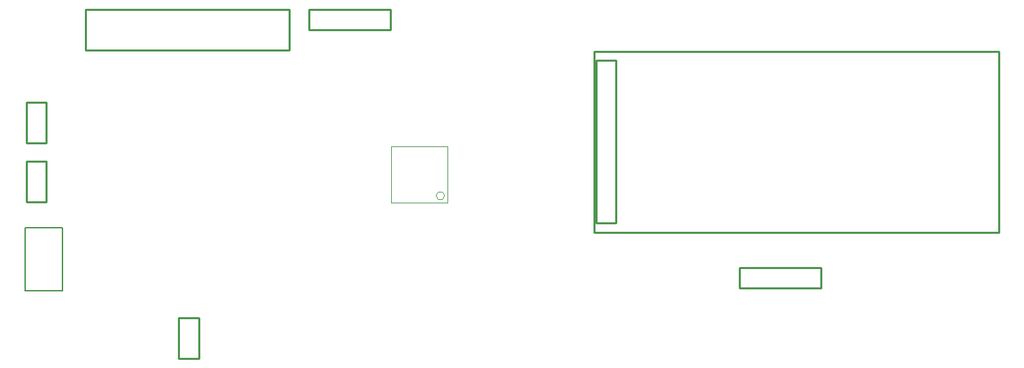
<source format=gm1>
G04*
G04 #@! TF.GenerationSoftware,Altium Limited,Altium Designer,21.3.2 (30)*
G04*
G04 Layer_Color=6684774*
%FSLAX25Y25*%
%MOIN*%
G70*
G04*
G04 #@! TF.SameCoordinates,41522B4C-5660-4B3E-BEA4-8D9A01AACCA4*
G04*
G04*
G04 #@! TF.FilePolarity,Positive*
G04*
G01*
G75*
%ADD14C,0.01000*%
%ADD16C,0.00600*%
%ADD94C,0.00394*%
D14*
X132500Y163079D02*
Y182921D01*
X32500Y163079D02*
Y182921D01*
Y163079D02*
X132500D01*
X32500Y182921D02*
X132500D01*
X142000Y182921D02*
X182000D01*
X142000Y173079D02*
X182000D01*
X142000D02*
Y182921D01*
X182000Y173079D02*
Y182921D01*
X281941Y73508D02*
Y162484D01*
Y73508D02*
X480760D01*
X281941Y162484D02*
X480760D01*
Y73508D02*
Y162484D01*
X282925Y77996D02*
Y157996D01*
X292768Y77996D02*
Y157996D01*
X282925Y77996D02*
X292768D01*
X282925Y157996D02*
X292768D01*
X3229Y137500D02*
X13071D01*
X3229Y117500D02*
X13071D01*
Y137500D01*
X3229Y117500D02*
Y137500D01*
X78079Y31500D02*
X87921D01*
X78079Y11500D02*
X87921D01*
Y31500D01*
X78079Y11500D02*
Y31500D01*
X3229Y88500D02*
X13071D01*
X3229Y108500D02*
X13071D01*
X3229Y88500D02*
Y108500D01*
X13071Y88500D02*
Y108500D01*
X353500Y46079D02*
Y55921D01*
X393500Y46079D02*
Y55921D01*
X353500D02*
X393500D01*
X353500Y46079D02*
X393500D01*
D16*
X2619Y75559D02*
X21118D01*
Y44559D02*
Y75559D01*
X2619Y44559D02*
X21118D01*
X2619D02*
Y75559D01*
D94*
X208343Y91551D02*
X208079Y92535D01*
X207358Y93256D01*
X206374Y93520D01*
X205390Y93256D01*
X204669Y92535D01*
X204405Y91551D01*
X204669Y90567D01*
X205390Y89846D01*
X206374Y89583D01*
X207358Y89846D01*
X208079Y90567D01*
X208343Y91551D01*
X209917Y88008D02*
Y115567D01*
X182358Y88008D02*
Y115567D01*
Y88008D02*
X209917D01*
X182358Y115567D02*
X209917D01*
M02*

</source>
